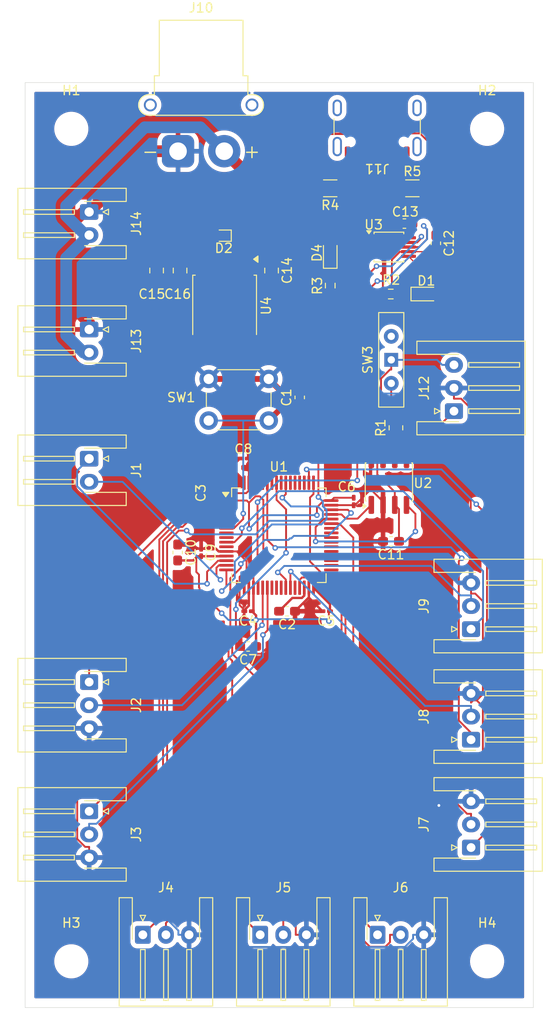
<source format=kicad_pcb>
(kicad_pcb (version 20241229) (generator "pcbnew") (generator_version "9.0")
  (layers (0 "F.Cu" signal) (2 "B.Cu" signal) (13 "F.Paste" user) (15 "B.Paste" user) (5 "F.SilkS" user "F.Silkscreen") (7 "B.SilkS" user "B.Silkscreen") (1 "F.Mask" user) (3 "B.Mask" user) (25 "Edge.Cuts" user))
  (net 0 "")
  (net 1 "GND")
  (net 2 "Net-(J11-CC1)")
  (net 3 "Net-(J11-CC2)")
  (net 4 "CAN_L")
  (net 5 "CANR")
  (net 6 "Net-(D4-K)")
  (net 7 "Net-(D1-K)")
  (net 8 "+5V")
  (net 9 "+3.3V")
  (net 11 "CAN1rx")
  (net 12 "CAN1tx")
  (net 13 "CAN_H")
  (net 14 "UARTtx")
  (net 16 "Net-(D1-A)")
  (net 18 "D-")
  (net 19 "UARTrx")
  (net 20 "Net-(U3-V3)")
  (net 21 "D+")
  (net 25 "uart4rx")
  (net 27 "m3d")
  (net 30 "Net-(U1-VCAP_1)")
  (net 32 "m1")
  (net 33 "m4")
  (net 34 "m3")
  (net 38 "uart4tx")
  (net 40 "m8d")
  (net 41 "m2")
  (net 42 "m7")
  (net 50 "m5d")
  (net 51 "m5")
  (net 53 "m4d")
  (net 54 "m2d")
  (net 57 "m1d")
  (net 59 "Net-(U1-NRST)")
  (net 63 "m6")
  (net 65 "m7d")
  (net 69 "m6d")
  (net 70 "m8")
  (footprint "Connector_USB:USB_C_Receptacle_GCT_USB4105-xx-A_16P_TopMnt_Horizontal" (layer "F.Cu") (at 88.1 53.81 180)
    (property "Reference" "J11")
    (property "Value" "USB_C_Receptacle_USB2.0_16P")
  )
  (footprint "Connector_JST:JST_XH_S2B-XH-A-1_1x02_P2.50mm_Horizontal" (layer "F.Cu") (at 56.93 76.69 -90)
    (property "Reference" "J13")
    (property "Value" "Conn_01x02_Socket")
  )
  (footprint "Diode_SMD:D_0603_1608Metric_Pad1.05x0.95mm_HandSolder" (layer "F.Cu") (at 83.02 68.415 90)
    (property "Reference" "D4")
    (property "Value" "LED_RED")
  )
  (footprint "Connector_JST:JST_XH_S3B-XH-A-1_1x03_P2.50mm_Horizontal" (layer "F.Cu") (at 56.93 114.81 -90)
    (property "Reference" "J2")
    (property "Value" "Conn_01x03_Socket")
  )
  (footprint "Resistor_SMD:R_0603_1608Metric_Pad0.98x0.95mm_HandSolder" (layer "F.Cu") (at 89.5725 72.86 180)
    (property "Reference" "R2")
    (property "Value" "75")
  )
  (footprint "Button_Switch_THT:SW_PUSH_6mm" (layer "F.Cu") (at 76.364 86.54 180)
    (property "Reference" "SW1")
    (property "Value" "SW_Push")
  )
  (footprint "MountingHole:MountingHole_3.2mm_M3" (layer "F.Cu") (at 100 145)
    (property "Reference" "H4")
    (property "Value" "MountingHole")
  )
  (footprint "Diode_SMD:D_0603_1608Metric_Pad1.05x0.95mm_HandSolder" (layer "F.Cu") (at 93.42 72.86)
    (property "Reference" "D1")
    (property "Value" "LED_GREEN")
  )
  (footprint "Connector_JST:JST_XH_S2B-XH-A-1_1x02_P2.50mm_Horizontal" (layer "F.Cu") (at 56.93 63.99 -90)
    (property "Reference" "J14")
    (property "Value" "Conn_01x02_Socket")
  )
  (footprint "MountingHole:MountingHole_3.2mm_M3" (layer "F.Cu") (at 55 55)
    (property "Reference" "H1")
    (property "Value" "MountingHole")
  )
  (footprint "Package_SO:MSOP-10_3x3mm_P0.5mm" (layer "F.Cu") (at 89.37 67.78)
    (property "Reference" "U3")
    (property "Value" "CH340E")
  )
  (footprint "Resistor_SMD:R_1206_3216Metric_Pad1.30x1.75mm_HandSolder" (layer "F.Cu") (at 83.02 61.43 180)
    (property "Reference" "R4")
    (property "Value" "5.1k")
  )
  (footprint "Resistor_SMD:R_0603_1608Metric_Pad0.98x0.95mm_HandSolder" (layer "F.Cu") (at 83.02 71.9475 -90)
    (property "Reference" "R3")
    (property "Value" "75")
  )
  (footprint "Capacitor_SMD:C_0603_1608Metric_Pad1.08x0.95mm_HandSolder" (layer "F.Cu") (at 91.0475 65.24 180)
    (property "Reference" "C13")
    (property "Value" "0.1uf")
  )
  (footprint "Capacitor_SMD:C_0201_0603Metric_Pad0.64x0.40mm_HandSolder" (layer "F.Cu") (at 85.56 95.2875 -90)
    (property "Reference" "C6")
    (property "Value" "0.1μF")
  )
  (footprint "Connector_JST:JST_XH_S3B-XH-A-1_1x03_P2.50mm_Horizontal" (layer "F.Cu") (at 88.14 142.13)
    (property "Reference" "J6")
    (property "Value" "Conn_01x03_Socket")
  )
  (footprint "Connector_JST:JST_XH_S3B-XH-A-1_1x03_P2.50mm_Horizontal" (layer "F.Cu") (at 96.41 85.52 90)
    (property "Reference" "J12")
    (property "Value" "Conn_01x03_Socket")
  )
  (footprint "Capacitor_SMD:C_0805_2012Metric_Pad1.18x1.45mm_HandSolder" (layer "F.Cu") (at 64.23 70.32 -90)
    (property "Reference" "C15")
    (property "Value" "22μF")
  )
  (footprint "Capacitor_SMD:C_0603_1608Metric_Pad1.08x0.95mm_HandSolder" (layer "F.Cu") (at 66.51 100.8 -90)
    (property "Reference" "C10")
    (property "Value" "1uf")
  )
  (footprint "Capacitor_SMD:C_0201_0603Metric_Pad0.64x0.40mm_HandSolder" (layer "F.Cu") (at 73.6975 90.64)
    (property "Reference" "C8")
    (property "Value" "0.1μF")
  )
  (footprint "Capacitor_SMD:C_0201_0603Metric_Pad0.64x0.40mm_HandSolder" (layer "F.Cu") (at 82.5875 107.15 180)
    (property "Reference" "C5")
    (property "Value" "0.1μF")
  )
  (footprint "Package_SO:SOIC-8_3.9x4.9mm_P1.27mm" (layer "F.Cu") (at 89.37 93.18 90)
    (property "Reference" "U2")
    (property "Value" "MCP2561-E-SN")
  )
  (footprint "Diode_SMD:D_SOD-882" (layer "F.Cu") (at 71.5 66.55 180)
    (property "Reference" "D2")
    (property "Value" "D_Shockley")
  )
  (footprint "Capacitor_SMD:C_0603_1608Metric_Pad1.08x0.95mm_HandSolder" (layer "F.Cu") (at 79.718 84.036 90)
    (property "Reference" "C1")
    (property "Value" "0.1uf")
  )
  (footprint "Package_TO_SOT_SMD:TO-252-2" (layer "F.Cu") (at 71.59 74.13 -90)
    (property "Reference" "U4")
    (property "Value" "BD33FC0FP")
  )
  (footprint "Connector_JST:JST_XH_S3B-XH-A-1_1x03_P2.50mm_Horizontal" (layer "F.Cu") (at 98.26 109.09 90)
    (property "Reference" "J9")
    (property "Value" "Conn_01x03_Socket")
  )
  (footprint "Package_QFP:LQFP-64_10x10mm_P0.5mm" (layer "F.Cu") (at 77.46 98.935)
    (property "Reference" "U1")
    (property "Value" "STM32F446RETx")
  )
  (footprint "Capacitor_SMD:C_0201_0603Metric_Pad0.64x0.40mm_HandSolder" (layer "F.Cu") (at 70.066 94.3745 90)
    (property "Reference" "C3")
    (property "Value" "0.1μF")
  )
  (footprint "Capacitor_SMD:C_0603_1608Metric_Pad1.08x0.95mm_HandSolder" (layer "F.Cu") (at 89.5975 99.595 180)
    (property "Reference" "C11")
    (property "Value" "0.1uf")
  )
  (footprint "Connector_JST:JST_XH_S3B-XH-A-1_1x03_P2.50mm_Horizontal" (layer "F.Cu") (at 56.93 128.78 -90)
    (property "Reference" "J3")
    (property "Value" "Conn_01x03_Socket")
  )
  (footprint "Capacitor_SMD:C_0603_1608Metric_Pad1.08x0.95mm_HandSolder" (layer "F.Cu") (at 94.45 67.3725 -90)
    (property "Reference" "C12")
    (property "Value" "0.1uf")
  )
  (footprint "Capacitor_SMD:C_0805_2012Metric_Pad1.18x1.45mm_HandSolder" (layer "F.Cu") (at 76.67 70.32 -90)
    (property "Reference" "C14")
    (property "Value" "4.7μF")
  )
  (footprint "MountingHole:MountingHole_3.2mm_M3" (layer "F.Cu") (at 55 145)
    (property "Reference" "H3")
    (property "Value" "MountingHole")
  )
  (footprint "Button_Switch_THT:SW_Slide-03_Wuerth-WS-SLTV_10x2.5x6.4_P2.54mm" (layer "F.Cu") (at 89.624 79.972 -90)
    (property "Reference" "SW3")
    (property "Value" "SW_Wuerth_450301014042")
  )
  (footprint "Capacitor_SMD:C_0603_1608Metric_Pad1.08x0.95mm_HandSolder" (layer "F.Cu") (at 78.3475 107.15 180)
    (property "Reference" "C2")
    (property "Value" "4.7μF")
  )
  (footprint "Capacitor_SMD:C_0201_0603Metric_Pad0.64x0.40mm_HandSolder" (layer "F.Cu") (at 69.05 100.8 -90)
    (property "Reference" "C9")
    (property "Value" "0.1uf")
  )
  (footprint "Capacitor_SMD:C_0805_2012Metric_Pad1.18x1.45mm_HandSolder" (layer "F.Cu") (at 66.77 70.32 -90)
    (property "Reference" "C16")
    (property "Value" "4.7μF")
  )
  (footprint "Resistor_SMD:R_1206_3216Metric_Pad1.30x1.75mm_HandSolder" (layer "F.Cu") (at 91.91 61.43)
    (property "Reference" "R5")
    (property "Value" "5.1k")
  )
  (footprint "Resistor_SMD:R_0805_2012Metric_Pad1.20x1.40mm_HandSolder" (layer "F.Cu") (at 90.132 87.322 90)
    (property "Reference" "R1")
    (property "Value" "120")
  )
  (footprint "Connector_JST:JST_XH_S2B-XH-A-1_1x02_P2.50mm_Horizontal" (layer "F.Cu") (at 56.93 90.66 -90)
    (property "Reference" "J1")
    (property "Value" "Conn_01x02_Socket")
  )
  (footprint "Capacitor_SMD:C_0201_0603Metric_Pad0.64x0.40mm_HandSolder" (layer "F.Cu") (at 74.13 107.15 180)
    (property "Reference" "C4")
    (property "Value" "0.1μF")
  )
  (footprint "Connector_JST:JST_XH_S3B-XH-A-1_1x03_P2.50mm_Horizontal" (layer "F.Cu") (at 62.74 142.13)
    (property "Reference" "J4")
    (property "Value" "Conn_01x03_Socket")
  )
  (footprint "Connector_JST:JST_XH_S3B-XH-A-1_1x03_P2.50mm_Horizontal" (layer "F.Cu") (at 75.44 142.13)
    (property "Reference" "J5")
    (property "Value" "Conn_01x03_Socket")
  )
  (footprint "Connector_JST:JST_XH_S3B-XH-A-1_1x03_P2.50mm_Horizontal" (layer "F.Cu") (at 98.26 121.04 90)
    (property "Reference" "J8")
    (property "Value" "Conn_01x03_Socket")
  )
  (footprint "Capacitor_SMD:C_0603_1608Metric_Pad1.08x0.95mm_HandSolder" (layer "F.Cu") (at 74.13 110.96 180)
    (property "Reference" "C7")
    (property "Value" "4.7uf")
  )
  (footprint "MountingHole:MountingHole_3.2mm_M3" (layer "F.Cu") (at 100 55)
    (property "Reference" "H2")
    (property "Value" "MountingHole")
  )
  (footprint "Connector_AMASS:AMASS_XT30PW-F_1x02_P2.50mm_Horizontal" (layer "F.Cu") (at 66.55 57.42)
    (property "Reference" "J10")
    (property "Value" "Conn_01x02_Socket")
  )
  (footprint "Connector_JST:JST_XH_S3B-XH-A-1_1x03_P2.50mm_Horizontal" (layer "F.Cu") (at 98.26 132.7 90)
    (property "Reference" "J7")
    (property "Value" "Conn_01x03_Socket")
  )
  (gr_line (start 105 50) (end 105 150) (stroke (width 0.05)) (layer "Edge.Cuts"))
  (gr_line (start 50 50) (end 105 50) (stroke (width 0.05)) (layer "Edge.Cuts"))
  (gr_line (start 50 150) (end 50 50) (stroke (width 0.05)) (layer "Edge.Cuts"))
  (gr_line (start 105 150) (end 50 150) (stroke (width 0.05)) (layer "Edge.Cuts"))
  (segment (start 90.3013 65.1237) (end 90.3013 65.5974) (width 0.2) (layer "F.Cu") (net 1))
  (segment (start 73.7225 107.15) (end 73.7225 107.558) (width 0.254) (layer "F.Cu") (net 1))
  (segment (start 88.735 95.3034) (end 88.735 95.655) (width 0.2) (layer "F.Cu") (net 1))
  (segment (start 98.26 104.09) (end 98.26 102.9383) (width 0.2) (layer "F.Cu") (net 1))
  (segment (start 80.71 104.61) (end 80.71 105.145) (width 0.254) (layer "F.Cu") (net 1))
  (segment (start 91.6002 63.8248) (end 90.8926 64.5324) (width 0.2) (layer "F.Cu") (net 1))
  (segment (start 98.2234 85.2177) (end 98.2234 102.9017) (width 0.2) (layer "F.Cu") (net 1))
  (segment (start 90.8926 64.5324) (end 90.185 65.24) (width 0.2) (layer "F.Cu") (net 1))
  (segment (start 56.4981 132.6283) (end 55.641 131.7712) (width 0.2) (layer "F.Cu") (net 1))
  (segment (start 73.7225 107.558) (end 73.2675 108.012) (width 0.254) (layer "F.Cu") (net 1))
  (segment (start 80.71 105.65) (end 79.21 107.15) (width 0.254) (layer "F.Cu") (net 1))
  (segment (start 93.14 142.13) (end 93.14 129.7889) (width 0.2) (layer "F.Cu") (net 1))
  (segment (start 83.0392 59.8608) (end 83.0392 64.4927) (width 0.2) (layer "F.Cu") (net 1))
  (segment (start 94.45 62.42) (end 94.45 66.51) (width 0.2) (layer "F.Cu") (net 1))
  (segment (start 98.26 104.6057) (end 98.26 104.09) (width 0.2) (layer "F.Cu") (net 1))
  (segment (start 73.7225 107.039) (end 73.7225 107.0036) (width 0.2) (layer "F.Cu") (net 1))
  (segment (start 64.23 71.3575) (end 66.77 71.3575) (width 1.27) (layer "F.Cu") (net 1))
  (segment (start 99.5389 117.4558) (end 98.8731 116.79) (width 0.2) (layer "F.Cu") (net 1))
  (segment (start 73.9647 101.7469) (end 72.9028 100.685) (width 0.2) (layer "F.Cu") (net 1))
  (segment (start 75.5377 111.747) (end 74.0545 111.747) (width 0.2) (layer "F.Cu") (net 1))
  (segment (start 85.6862 95.695) (end 87.4064 93.9748) (width 0.2) (layer "F.Cu") (net 1))
  (segment (start 71.4891 82.04) (end 71.59 81.9391) (width 0.2) (layer "F.Cu") (net 1))
  (segment (start 98.26 105.2417) (end 98.7117 105.2417) (width 0.2) (layer "F.Cu") (net 1))
  (segment (start 73.9647 102.6904) (end 73.9647 101.7469) (width 0.2) (layer "F.Cu") (net 1))
  (segment (start 91.6002 59.5702) (end 91.6002 63.8248) (width 0.2) (layer "F.Cu") (net 1))
  (segment (start 85.55 95.685) (end 85.56 95.695) (width 0.2) (layer "F.Cu") (net 1))
  (segment (start 73.2675 108.012) (end 73.2675 110.96) (width 0.254) (layer "F.Cu") (net 1))
  (segment (start 73.1141 82.04) (end 71.4891 82.04) (width 0.635) (layer "F.Cu") (net 1))
  (segment (start 80.71 105.145) (end 80.71 105.65) (width 0.254) (layer "F.Cu") (net 1))
  (segment (start 68.6425 100.392) (end 68.1875 99.9375) (width 0.254) (layer "F.Cu") (net 1))
  (segment (start 84.9 58) (end 83.0392 59.8608) (width 0.254) (layer "F.Cu") (net 1))
  (segment (start 83.0392 64.4927) (end 86.3265 67.78) (width 0.2) (layer "F.Cu") (net 1))
  (segment (start 74.21 106.552) (end 73.7225 107.039) (width 0.254) (layer "F.Cu") (net 1))
  (segment (start 98.7117 105.2417) (end 99.5417 106.0717) (width 0.2) (layer "F.Cu") (net 1))
  (segment (start 69.05 100.3925) (end 69.05 100.392) (width 0.2) (layer "F.Cu") (net 1))
  (segment (start 73.9279 94.3887) (end 74.21 94.1066) (width 0.2) (layer "F.Cu") (net 1))
  (segment (start 56.33 63.99) (end 53.81 66.51) (width 1.27) (layer "F.Cu") (net 1))
  (segment (start 98.26 104.6057) (end 98.26 105.2417) (width 0.2) (layer "F.Cu") (net 1))
  (segment (start 88.4883 67.78) (end 87.2575 67.78) (width 0.2) (layer "F.Cu") (net 1))
  (segment (start 88.7162 68.0079) (end 88.4883 67.78) (width 0.2) (layer "F.Cu") (net 1))
  (segment (start 74.105 90.64) (end 74.105 83.0309) (width 0.2) (layer "F.Cu") (net 1))
  (segment (start 99.5389 125.2694) (end 99.5389 117.4558) (width 0.2) (layer "F.Cu") (net 1))
  (segment (start 98.4954 116.79) (end 98.26 117.0254) (width 0.2) (layer "F.Cu") (net 1))
  (segment (start 80.71 105.65) (end 80.71 105.68) (width 0.254) (layer "F.Cu") (net 1))
  (segment (start 80.44 142.13) (end 79.2883 142.13) (width 0.2) (layer "F.Cu") (net 1))
  (segment (start 99.5417 106.0717) (end 99.5417 116.1214) (width 0.2) (layer "F.Cu") (net 1))
  (segment (start 88.7162 72.8038) (end 88.7162 68.0079) (width 0.2) (layer "F.Cu") (net 1))
  (segment (start 86.3265 67.78) (end 83.9751 70.1314) (width 0.2) (layer "F.Cu") (net 1))
  (segment (start 77.4975 83.1735) (end 76.364 82.04) (width 0.635) (layer "F.Cu") (net 1))
  (segment (start 73.7225 107.0036) (end 73.2104 106.4915) (width 0.2) (layer "F.Cu") (net 1))
  (segment (start 83.9751 71.9049) (end 83.02 72.86) (width 0.2) (layer "F.Cu") (net 1))
  (segment (start 55.641 131.7712) (end 55.641 122.2507) (width 0.2) (layer "F.Cu") (net 1))
  (segment (start 79.718 76.162) (end 79.718 83.1735) (width 0.2) (layer "F.Cu") (net 1))
  (segment (start 91.3 59.27) (end 91.6002 59.5702) (width 0.254) (layer "F.Cu") (net 1))
  (segment (start 98.26 126.5483) (end 99.5389 125.2694) (width 0.2) (layer "F.Cu") (net 1))
  (segment (start 70.6455 100.392) (end 70.938 100.685) (width 0.254) (layer "F.Cu") (net 1))
  (segment (start 84.9 57.49) (end 84.9 58) (width 0.254) (layer "F.Cu") (net 1))
  (segment (start 87.465 74.055) (end 88.66 72.86) (width 0.2) (layer "F.Cu") (net 1))
  (segment (start 96.41 84.1717) (end 97.1774 84.1717) (width 0.2) (layer "F.Cu") (net 1))
  (segment (start 91.6002 59.5702) (end 93.46 61.43) (width 0.254) (layer "F.Cu") (net 1))
  (segment (start 91.3 57.49) (end 91.3 59.27) (width 0.254) (layer "F.Cu") (net 1))
  (segment (start 69.05 100.392) (end 68.6425 100.392) (width 0.254) (layer "F.Cu") (net 1))
  (segment (start 86.3265 67.78) (end 87.2575 67.78) (width 0.2) (layer "F.Cu") (net 1))
  (segment (start 98.8731 116.79) (end 98.4954 116.79) (width 0.2) (layer "F.Cu") (net 1))
  (segment (start 98.2234 102.9017) (end 98.26 102.9383) (width 0.2) (layer "F.Cu") (net 1))
  (segment (start 80.71 105.145) (end 80.71 105.65) (width 0.254) (layer "F.Cu") (net 1))
  (segment (start 73.7225 107.039) (end 73.7225 107.15) (width 0.254) (layer "F.Cu") (net 1))
  (segment (start 98.26 127.7) (end 98.26 126.5483) (width 0.2) (layer "F.Cu") (net 1))
  (segment (start 67.5575 71.3575) (end 71.59 75.39) (width 1.27) (layer "F.Cu") (net 1))
  (segment (start 66.55 57.42) (end 63.5 57.42) (width 1.27) (layer "F.Cu") (net 1))
  (segment (start 98.26 116.04) (end 98.26 117.0254) (width 0.2) (layer "F.Cu") (net 1))
  (segment (start 56.93 63.99) (end 56.33 63.99) (width 1.27) (layer "F.Cu") (net 1))
  (segment (start 83.0392 59.8608) (end 81.47 61.43) (width 0.254) (layer "F.Cu") (net 1))
  (segment (start 68.1875 99.9375) (end 66.51 99.9375) (width 0.254) (layer "F.Cu") (net 1))
  (segment (start 88.66 72.86) (end 88.7162 72.8038) (width 0.2) (layer "F.Cu") (net 1))
  (segment (start 74.21 90.745) (end 74.105 90.64) (width 0.2) (layer "F.Cu") (net 1))
  (segment (start 75.6225 71.3575) (end 71.59 75.39) (width 1.27) (layer "F.Cu") (net 1))
  (segment (start 90.8926 64.5324) (end 90.3013 65.1237) (width 0.2) (layer "F.Cu") (net 1))
  (segment (start 79.21 107.15) (end 79.21 108.0747) (width 0.2) (layer "F.Cu") (net 1))
  (segment (start 93.14 129.7889) (end 94.7793 128.1496) (width 0.2) (layer "F.Cu") (net 1))
  (segment (start 56.93 133.78) (end 56.93 132.6283) (width 0.2) (layer "F.Cu") (net 1))
  (segment (start 73.2104 106.4915) (end 73.2104 103.4447) (width 0.2) (layer "F.Cu") (net 1))
  (segment (start 83.02 72.86) (end 79.718 76.162) (width 0.2) (layer "F.Cu") (net 1))
  (segment (start 75.5377 111.747) (end 79.2883 115.4976) (width 0.2) (layer "F.Cu") (net 1))
  (segment (start 93.46 61.43) (end 94.45 62.42) (width 0.2) (layer "F.Cu") (net 1))
  (segment (start 97.1774 84.1717) (end 98.2234 85.2177) (width 0.2) (layer "F.Cu") (net 1))
  (segment (start 83.135 95.685) (end 85.55 95.685) (width 0.2) (layer "F.Cu") (net 1))
  (segment (start 71.4891 82.04) (end 69.864 82.04) (width 0.635) (layer "F.Cu") (net 1))
  (segment (start 80.71 105.68) (end 82.18 107.15) (width 0.254) (layer "F.Cu") (net 1))
  (segment (start 53.81 72.86) (end 56.93 75.98) (width 1.27) (layer "F.Cu") (net 1))
  (segment (start 88.4883 67.4104) (end 88.4883 67.78) (width 0.2) (layer "F.Cu") (net 1))
  (segment (start 56.93 132.6283) (end 56.4981 132.6283) (width 0.2) (layer "F.Cu") (net 1))
  (segment (start 70.066 93.967) (end 72.2407 93.967) (width 0.2) (layer "F.Cu") (net 1))
  (segment (start 66.77 71.3575) (end 67.5575 71.3575) (width 1.27) (layer "F.Cu") (net 1))
  (segment (start 87.465 90.705) (end 87.465 74.055) (width 0.2) (layer "F.Cu") (net 1))
  (segment (start 74.105 83.0309) (end 73.1141 82.04) (width 0.2) (layer "F.Cu") (net 1))
  (segment (start 74.21 93.26) (end 74.21 90.745) (width 0.2) (layer "F.Cu") (net 1))
  (segment (start 83.9751 70.1314) (end 83.9751 71.9049) (width 0.2) (layer "F.Cu") (net 1))
  (segment (start 90.3013 65.5974) (end 88.4883 67.4104) (width 0.2) (layer "F.Cu") (net 1))
  (segment (start 88.735 99.595) (end 88.735 95.655) (width 0.2) (layer "F.Cu") (net 1))
  (segment (start 76.67 71.3575) (end 75.6225 71.3575) (width 1.27) (layer "F.Cu") (net 1))
  (segment (start 63.5 57.42) (end 56.93 63.99) (width 1.27) (layer "F.Cu") (net 1))
  (segment (start 72.2407 93.967) (end 72.6624 94.3887) (width 0.2) (layer "F.Cu") (net 1))
  (segment (start 79.21 108.0747) (end 75.5377 111.747) (width 0.2) (layer "F.Cu") (net 1))
  (segment (start 79.2883 115.4976) (end 79.2883 142.13) (width 0.2) (layer "F.Cu") (net 1))
  (segment (start 55.641 122.2507) (end 56.93 120.9617) (width 0.2) (layer "F.Cu") (net 1))
  (segment (start 74.21 104.61) (end 74.21 106.552) (width 0.254) (layer "F.Cu") (net 1))
  (segment (start 74.21 94.1066) (end 74.21 93.26) (width 0.2) (layer "F.Cu") (net 1))
  (segment (start 72.6624 94.3887) (end 73.9279 94.3887) (width 0.2) (layer "F.Cu") (net 1))
  (segment (start 99.5417 116.1214) (end 98.8731 116.79) (width 0.2) (layer "F.Cu") (net 1))
  (segment (start 87.465 93.9162) (end 87.465 90.705) (width 0.2) (layer "F.Cu") (net 1))
  (segment (start 71.59 81.9391) (end 71.59 75.39) (width 0.2) (layer "F.Cu") (net 1))
  (segment (start 53.81 66.51) (end 53.81 72.86) (width 1.27) (layer "F.Cu") (net 1))
  (segment (start 85.56 95.695) (end 85.6862 95.695) (width 0.2) (layer "F.Cu") (net 1))
  (segment (start 69.05 100.392) (end 70.6455 100.392) (width 0.254) (layer "F.Cu") (net 1))
  (segment (start 80.71 104.61) (end 80.71 105.145) (width 0.254) (layer "F.Cu") (net 1))
  (segment (start 56.93 75.98) (end 56.93 76.69) (width 1.27) (layer "F.Cu") (net 1))
  (segment (start 70.938 100.685) (end 71.785 100.685) (width 0.254) (layer "F.Cu") (net 1))
  (segment (start 79.718 83.1735) (end 77.4975 83.1735) (width 0.635) (layer "F.Cu") (net 1))
  (segment (start 73.2104 103.4447) (end 73.9647 102.6904) (width 0.2) (layer "F.Cu") (net 1))
  (segment (start 76.364 82.04) (end 73.1141 82.04) (width 0.635) (layer "F.Cu") (net 1))
  (segment (start 74.0545 111.747) (end 73.2675 110.96) (width 0.2) (layer "F.Cu") (net 1))
  (segment (start 96.41 83.02) (end 96.41 84.1717) (width 0.2) (layer "F.Cu") (net 1))
  (segment (start 87.4064 93.9748) (end 87.465 93.9162) (width 0.2) (layer "F.Cu") (net 1))
  (segment (start 56.93 119.81) (end 56.93 120.9617) (width 0.2) (layer "F.Cu") (net 1))
  (segment (start 72.9028 100.685) (end 71.785 100.685) (width 0.2) (layer "F.Cu") (net 1))
  (segment (start 87.4064 93.9748) (end 88.735 95.3034) (width 0.2) (layer "F.Cu") (net 1))
  (via (at 94.7793 128.1496) (size 0.6) (drill 0.3) (layers "F.Cu" "B.Cu") (net 1))
  (segment (start 67.74 142.13) (end 68.8917 142.13) (width 0.2) (layer "B.Cu") (net 1))
  (segment (start 93.14 142.13) (end 91.9883 142.13) (width 0.2) (layer "B.Cu") (net 1))
  (segment (start 56.93 133.78) (end 58.69 133.78) (width 0.2) (layer "B.Cu") (net 1))
  (segment (start 95.1333 83.02) (end 94.5332 83.6201) (width 0.2) (layer "B.Cu") (net 1))
  (segment (start 67.74 142.13) (end 66.5883 142.13) (width 0.2) (layer "B.Cu") (net 1))
  (segment (start 56.93 76.69) (end 64.514 76.69) (width 0.2) (layer "B.Cu") (net 1))
  (segment (start 94.7793 128.1496) (end 96.5337 128.1496) (width 0.2) (layer "B.Cu") (net 1))
  (segment (start 91.9883 142.5619) (end 91.1006 143.4496) (width 0.2) (layer "B.Cu") (net 1))
  (segment (start 91.1006 143.4496) (end 81.5917 143.4496) (width 0.2) (layer "B.Cu") (net 1))
  (segment (start 66.5883 141.6783) (end 66.5883 142.13) (width 0.2) (layer "B.Cu") (net 1))
  (segment (start 80.44 142.13) (end 81.5917 142.13) (width 0.2) (layer "B.Cu") (net 1))
  (segment (start 70.2113 143.4496) (end 68.8917 142.13) (width 0.2) (layer "B.Cu") (net 1))
  (segment (start 94.5332 83.6201) (end 77.9441 83.6201) (width 0.2) (layer "B.Cu") (net 1))
  (segment (start 96.5337 128.1496) (end 96.9833 127.7) (width 0.2) (layer "B.Cu") (net 1))
  (segment (start 96.41 83.02) (end 95.1333 83.02) (width 0.2) (layer "B.Cu") (net 1))
  (segment (start 64.514 76.69) (end 69.864 82.04) (width 0.2) (layer "B.Cu") (net 1))
  (segment (start 77.9441 83.6201) (end 76.364 82.04) (width 0.2) (layer "B.Cu") (net 1))
  (segment (start 98.26 127.7) (end 96.9833 127.7) (width 0.2) (layer "B.Cu") (net 1))
  (segment (start 91.9883 142.13) (end 91.9883 142.5619) (width 0.2) (layer "B.Cu") (net 1))
  (segment (start 81.5917 143.4496) (end 70.2113 143.4496) (width 0.2) (layer "B.Cu") (net 1))
  (segment (start 81.5917 143.4496) (end 81.5917 142.13) (width 0.2) (layer "B.Cu") (net 1))
  (segment (start 58.69 133.78) (end 66.5883 141.6783) (width 0.2) (layer "B.Cu") (net 1))
  (segment (start 90.36 59.147) (end 90.36 61.43) (width 0.254) (layer "F.Cu") (net 2))
  (segment (start 89.35 58.137) (end 90.36 59.147) (width 0.254) (layer "F.Cu") (net 2))
  (segment (start 89.35 57.49) (end 89.35 58.137) (width 0.254) (layer "F.Cu") (net 2))
  (segment (start 86.35 57.49) (end 86.35 59.65) (width 0.254) (layer "F.Cu") (net 3))
  (segment (start 86.35 59.65) (end 84.57 61.43) (width 0.254) (layer "F.Cu") (net 3))
  (segment (start 93.608 88.322) (end 96.41 85.52) (width 0.2) (layer "F.Cu") (net 4))
  (segment (start 90.132 88.322) (end 90.005 88.449) (width 0.2) (layer "F.Cu") (net 4))
  (segment (start 90.005 88.449) (end 90.005 90.705) (width 0.2) (layer "F.Cu") (net 4))
  (segment (start 90.132 88.322) (end 93.608 88.322) (width 0.2) (layer "F.Cu") (net 4))
  (segment (start 90.132 86.322) (end 89.624 85.814) (width 0.2) (layer "F.Cu") (net 5))
  (segment (start 89.624 85.814) (end 89.624 82.512) (width 0.2) (layer "F.Cu") (net 5))
  (segment (start 83.02 69.29) (end 83.02 71.035) (width 1.27) (layer "F.Cu") (net 6))
  (segment (start 92.545 72.86) (end 90.485 72.86) (width 0.127) (layer "F.Cu") (net 7))
  (segment (start 90.5 56.972) (end 89.8242 56.2962) (width 0.254) (layer "F.Cu") (net 8))
  (segment (start 89.6917 69.1576) (end 90.5693 68.28) (width 0.2) (layer "F.Cu") (net 8))
  (segment (start 89.8242 56.2962) (end 90.6273 55.4931) (width 0.2) (layer "F.Cu") (net 8))
  (segment (start 78.1673 67.54) (end 76.684 67.54) (width 1.27) (layer "F.Cu") (net 8))
  (segment (start 83.02 67.54) (end 78.1673 67.54) (width 1.27) (layer "F.Cu") (net 8))
  (segment (start 89.787 56.259) (end 86.434 56.259) (width 0.254) (layer "F.Cu") (net 8))
  (segment (start 90.46 96.11) (end 90.005 95.655) (width 0.2) (layer "F.Cu") (net 8))
  (segment (start 78.1673 60.1867) (end 78.1673 67.54) (width 0.2) (layer "F.Cu") (net 8))
  (segment (start 92.7335 55.4931) (end 95.2488 58.0084) (width 0.2) (layer "F.Cu") (net 8))
  (segment (start 85.7 56.993) (end 85.7 57.49) (width 0.254) (layer "F.Cu") (net 8))
  (segment (start 76.67 69.2825) (end 74.0625 69.2825) (width 1.27) (layer "F.Cu") (net 8))
  (segment (start 88.1157 92.3688) (end 88.1157 76.2182) (width 0.2) (layer "F.Cu") (net 8))
  (segment (start 90.5 57.49) (end 90.5 56.972) (width 0.254) (layer "F.Cu") (net 8))
  (segment (start 90.005 95.655) (end 90.005 94.2581) (width 0.2) (layer "F.Cu") (net 8))
  (segment (start 76.67 62.54) (end 71.55 57.42) (width 1.27) (layer "F.Cu") (net 8))
  (segment (start 71.85 67.07) (end 73.87 69.09) (width 0.254) (layer "F.Cu") (net 8))
  (segment (start 78.1673 60.1867) (end 76.67 61.684) (width 0.254) (layer "F.Cu") (net 8))
  (segment (start 90.005 94.2581) (end 88.1157 92.3688) (width 0.2) (layer "F.Cu") (net 8))
  (segment (start 86.434 56.259) (end 85.7 56.993) (width 0.254) (layer "F.Cu") (net 8))
  (segment (start 90.6273 55.4931) (end 92.7335 55.4931) (width 0.2) (layer "F.Cu") (net 8))
  (segment (start 90.46 99.595) (end 90.46 96.11) (width 0.2) (layer "F.Cu") (net 8))
  (segment (start 76.67 61.684) (end 76.67 62.54) (width 0.254) (layer "F.Cu") (net 8))
  (segment (start 90.5693 68.28) (end 91.4825 68.28) (width 0.2) (layer "F.Cu") (net 8))
  (segment (start 91.4825 68.28) (end 94.405 68.28) (width 0.127) (layer "F.Cu") (net 8))
  (segment (start 88.1157 76.2182) (end 89.6917 74.6422) (width 0.2) (layer "F.Cu") (net 8))
  (segment (start 85.712 55.537) (end 82.817 55.537) (width 0.254) (layer "F.Cu") (net 8))
  (segment (start 89.6917 74.6422) (end 89.6917 69.1576) (width 0.2) (layer "F.Cu") (net 8))
  (segment (start 74.0625 69.2825) (end 73.87 69.09) (width 1.27) (layer "F.Cu") (net 8))
  (segment (start 71.85 66.55) (end 71.85 67.07) (width 0.254) (layer "F.Cu") (net 8))
  (segment (start 94.405 68.28) (end 94.45 68.235) (width 0.127) (layer "F.Cu") (net 8))
  (segment (start 86.434 56.259) (end 85.712 55.537) (width 0.254) (layer "F.Cu") (net 8))
  (segment (start 89.8242 56.2962) (end 89.787 56.259) (width 0.254) (layer "F.Cu") (net 8))
  (segment (start 76.67 69.2825) (end 76.67 62.54) (width 1.27) (layer "F.Cu") (net 8))
  (segment (start 95.2488 67.4362) (end 94.45 68.235) (width 0.2) (layer "F.Cu") (net 8))
  (segment (start 82.817 55.537) (end 78.1673 60.1867) (width 0.254) (layer "F.Cu") (net 8))
  (segment (start 95.2488 58.0084) (end 95.2488 67.4362) (width 0.2) (layer "F.Cu") (net 8))
  (segment (start 54.445 77.305) (end 56.33 79.19) (width 1.27) (layer "B.Cu") (net 8))
  (segment (start 54.445 63.335) (end 54.445 64.3978) (width 1.27) (layer "B.Cu") (net 8))
  (segment (start 71.55 57.42) (end 68.964 54.834) (width 1.27) (layer "B.Cu") (net 8))
  (segment (start 56.93 66.49) (end 54.445 68.975) (width 1.27) (layer "B.Cu") (net 8))
  (segment (start 54.445 64.3978) (end 56.5372 66.49) (width 1.27) (layer "B.Cu") (net 8))
  (segment (start 54.445 68.975) (end 54.445 77.305) (width 1.27) (layer "B.Cu") (net 8))
  (segment (start 62.946 54.834) (end 54.445 63.335) (width 1.27) (layer "B.Cu") (net 8))
  (segment (start 56.5372 66.49) (end 56.93 66.49) (width 1.27) (layer "B.Cu") (net 8))
  (segment (start 56.33 79.19) (end 56.93 79.19) (width 1.27) (layer "B.Cu") (net 8))
  (segment (start 68.964 54.834) (end 62.946 54.834) (width 1.27) (layer "B.Cu") (net 8))
  (segment (start 69.05 101.2075) (end 69.05 101.208) (width 0.2) (layer "F.Cu") (net 9))
  (segment (start 63.9497 69.2825) (end 62.669 70.5632) (width 1.27) (layer "F.Cu") (net 9))
  (segment (start 74.71 104.61) (end 74.71 106.978) (width 0.254) (layer "F.Cu") (net 9))
  (segment (start 69.5598 90.789) (end 69.5598 94.4087) (width 0.2) (layer "F.Cu") (net 9))
  (segment (start 68.8764 104.9675) (end 71.2759 107.367) (width 0.2) (layer "F.Cu") (net 9))
  (segment (start 70.1564 90.1924) (end 72.3072 92.3432) (width 1.27) (layer "F.Cu") (net 9))
  (segment (start 75.7815 95.122) (end 75.7815 102.2787) (width 0.2) (layer "F.Cu") (net 9))
  (segment (start 82.995 106.395) (end 82.995 107.15) (width 0.254) (layer "F.Cu") (net 9))
  (segment (start 74.2285 95.4247) (end 74.9283 94.7249) (width 0.2) (layer "F.Cu") (net 9))
  (segment (start 69.9331 94.782) (end 70.066 94.782) (width 0.2) (layer "F.Cu") (net 9))
  (segment (start 68.5289 101.3214) (end 68.1875 101.662) (width 0.254) (layer "F.Cu") (net 9))
  (segment (start 72.7932 92.3432) (end 72.3072 92.3432) (width 0.2) (layer "F.Cu") (net 9))
  (segment (start 71.785 95.185) (end 70.469 95.185) (width 0.254) (layer "F.Cu") (net 9))
  (segment (start 73.29 90.64) (end 72.7932 91.1368) (width 0.2) (layer "F.Cu") (net 9))
  (segment (start 73.9888 95.185) (end 74.2285 95.4247) (width 0.2) (layer "F.Cu") (net 9))
  (segment (start 62.669 70.5632) (end 62.669 82.705) (width 1.27) (layer "F.Cu") (net 9))
  (segment (start 74.2285 98.2087) (end 74.2557 98.2359) (width 0.2) (layer "F.Cu") (net 9))
  (segment (start 68.8764 104.6386) (end 68.8764 104.9675) (width 0.2) (layer "F.Cu") (net 9))
  (segment (start 69.05 101.208) (end 68.6425 101.208) (width 0.254) (layer "F.Cu") (net 9))
  (segment (start 74.2285 95.4247) (end 74.2285 98.2087) (width 0.2) (layer "F.Cu") (net 9))
  (segment (start 68.8157 103.1929) (end 68.8157 104.5779) (width 0.2) (layer "F.Cu") (net 9))
  (segment (start 74.9283 94.7249) (end 75.3844 94.7249) (width 0.2) (layer "F.Cu") (net 9))
  (segment (start 75.3844 94.7249) (end 75.7815 95.122) (width 0.2) (layer "F.Cu") (net 9))
  (segment (start 66.51 101.6625) (end 66.51 101.662) (width 0.2) (layer "F.Cu") (net 9))
  (segment (start 68.5289 102.9061) (end 68.8157 103.1929) (width 0.2) (layer "F.Cu") (net 9))
  (segment (start 82.8706 107.2744) (end 82.995 107.15) (width 0.2) (layer "F.Cu") (net 9))
  (segment (start 83.44 94.88) (end 85.56 94.88) (width 0.2) (layer "F.Cu") (net 9))
  (segment (start 68.5289 101.3214) (end 68.5289 102.9061) (width 0.2) (layer "F.Cu") (net 9))
  (segment (start 74.71 103.3502) (end 74.71 104.61) (width 0.2) (layer "F.Cu") (net 9))
  (segment (start 73.71 93.26) (end 72.7932 92.3432) (width 0.2) (layer "F.Cu") (net 9))
  (segment (start 82.3174 95.185) (end 83.135 95.185) (width 0.2) (layer "F.Cu") (net 9))
  (segment (start 68.6425 101.208) (end 68.5289 101.3214) (width 0.254) (layer "F.Cu") (net 9))
  (segment (start 69.1175 69.2825) (end 69.31 69.09) (width 1.27) (layer "F.Cu") (net 9))
  (segment (start 62.669 82.705) (end 70.1564 90.1924) (width 1.27) (layer "F.Cu") (net 9))
  (segment (start 82.8706 108.226) (end 82.8706 107.2744) (width 0.2) (layer "F.Cu") (net 9))
  (segment (start 64.23 69.2825) (end 63.9497 69.2825) (width 1.27) (layer "F.Cu") (net 9))
  (segment (start 72.7932 91.1368) (end 72.7932 92.3432) (width 0.2) (layer "F.Cu") (net 9))
  (segment (start 74.71 106.978) (end 74.5375 107.15) (width 0.254) (layer "F.Cu") (net 9))
  (segment (start 81.5796 95.9228) (end 82.3174 95.185) (width 0.2) (layer "F.Cu") (net 9))
  (segment (start 83.135 95.185) (end 83.44 94.88) (width 0.2) (layer "F.Cu") (net 9))
  (segment (start 69.05 101.208) (end 71.7625 101.208) (width 0.254) (layer "F.Cu") (net 9))
  (segment (start 71.785 95.185) (end 73.9888 95.185) (width 0.2) (layer "F.Cu") (net 9))
  (segment (start 70.469 95.185) (end 70.066 94.782) (width 0.254) (layer "F.Cu") (net 9))
  (segment (start 81.21 104.61) (end 82.995 106.395) (width 0.254) (layer "F.Cu") (net 9))
  (segment (start 75.7815 102.2787) (end 74.71 103.3502) (width 0.2) (layer "F.Cu") (net 9))
  (segment (start 66.77 69.2825) (end 69.1175 69.2825) (width 1.27) (layer "F.Cu") (net 9))
  (segment (start 74.9925 107.605) (end 74.9925 108.0955) (width 0.254) (layer "F.Cu") (net 9))
  (segment (start 66.77 69.2825) (end 64.23 69.2825) (width 1.27) (layer "F.Cu") (net 9))
  (segment (start 71.15 67.25) (end 69.31 69.09) (width 0.254) (layer "F.Cu") (net 9))
  (segment (start 71.15 66.55) (end 71.15 67.25) (width 0.254) (layer "F.Cu") (net 9))
  (segment (start 72.3072 92.3432) (end 73.224 93.26) (width 1.27) (layer "F.Cu") (net 9))
  (segment (start 69.5598 94.4087) (end 69.9331 94.782) (width 0.2) (layer "F.Cu") (net 9))
  (segment (start 68.1875 101.662) (end 66.51 101.662) (width 0.254) (layer "F.Cu") (net 9))
  (segment (start 74.9925 108.0955) (end 74.9925 110.96) (width 0.254) (layer "F.Cu") (net 9))
  (segment (start 68.8157 104.5779) (end 68.8764 104.6386) (width 0.2) (layer "F.Cu") (net 9))
  (segment (start 71.7625 101.208) (end 71.785 101.185) (width 0.254) (layer "F.Cu") (net 9))
  (segment (start 81.5796 96.7691) (end 81.5796 95.9228) (width 0.2) (layer "F.Cu") (net 9))
  (segment (start 70.1564 90.1924) (end 69.5598 90.789) (width 0.2) (layer "F.Cu") (net 9))
  (segment (start 74.5375 107.15) (end 74.9925 107.605) (width 0.254) (layer "F.Cu") (net 9))
  (via (at 74.2557 98.2359) (size 0.6) (drill 0.3) (layers "F.Cu" "B.Cu") (net 9))
  (via (at 81.5796 96.7691) (size 0.6) (drill 0.3) (layers "F.Cu" "B.Cu") (net 9))
  (via (at 82.8706 108.226) (size 0.6) (drill 0.3) (layers "F.Cu" "B.Cu") (net 9))
  (via (at 71.2759 107.367) (size 0.6) (drill 0.3) (layers "F.Cu" "B.Cu") (net 9))
  (via (at 74.9925 108.0955) (size 0.6) (drill 0.3) (layers "F.Cu" "B.Cu") (net 9))
  (segment (start 75.0738 108.0142) (end 82.6588 108.0142) (width 0.2) (layer "B.Cu") (net 9))
  (segment (start 72.0044 108.0955) (end 74.9925 108.0955) (width 0.2) (layer "B.Cu") (net 9))
  (segment (start 74.9925 108.0955) (end 75.0738 108.0142) (width 0.2) (layer "B.Cu") (net 9))
  (segment (start 75.7225 96.7691) (end 81.5796 96.7691) (width 0.2) (layer "B.Cu") (net 9))
  (segment (start 71.2759 107.367) (end 72.0044 108.0955) (width 0.2) (layer "B.Cu") (net 9))
  (segment (start 74.2557 98.2359) (end 75.7225 96.7691) (width 0.2) (layer "B.Cu") (net 9))
  (segment (start 82.6588 108.0142) (end 82.8706 108.226) (width 0.2) (layer "B.Cu") (net 9))
  (segment (start 83.135 97.185) (end 82.3092 97.185) (width 0.2) (layer "F.Cu") (net 11))
  (segment (start 92.239 96.619) (end 92.239 98.5257) (width 0.2) (layer "F.Cu") (net 11))
  (segment (start 82.3092 97.185) (end 81.4381 98.0561) (width 0.2) (layer "F.Cu") (net 11))
  (segment (start 91.275 95.655) (end 92.239 96.619) (width 0.2) (layer "F.Cu") (net 11))
  (segment (start 81.4381 98.0561) (end 81.4381 99.6067) (width 0.2) (layer "F.Cu") (net 11))
  (via (at 81.4381 99.6067) (size 0.6) (drill 0.3) (layers "F.Cu" "B.Cu") (net 11))
  (via (at 92.239 98.5257) (size 0.6) (drill 0.3) (layers "F.Cu" "B.Cu") (net 11))
  (segment (start 81.4381 99.6067) (end 91.158 99.6067) (width 0.2) (layer "B.Cu") (net 11))
  (segment (start 91.158 99.6067) (end 92.239 98.5257) (width 0.2) (layer "B.Cu") (net 11))
  (segment (start 84.6933 97.1423) (end 84.236 96.685) (width 0.2) (layer "F.Cu") (net 12))
  (segment (start 84.236 96.685) (end 83.135 96.685) (width 0.2) (layer "F.Cu") (net 12))
  (segment (start 87.465 95.655) (end 85.9777 97.1423) (width 0.2) (layer "F.Cu") (net 12))
  (segment (start 85.9777 97.1423) (end 84.6933 97.1423) (width 0.2) (layer "F.Cu") (net 12))
  (segment (start 89.4945 81.0237) (end 89.624 81.0237) (width 0.2) (layer "F.Cu") (net 13))
  (segment (start 88.5174 90.4874) (end 88.5174 82.0008) (width 0.2) (layer "F.Cu") (net 13))
  (segment (start 88.735 90.705) (end 88.5174 90.4874) (width 0.2) (layer "F.Cu") (net 13))
  (segment (start 88.5174 82.0008) (end 89.4945 81.0237) (width 0.2) (layer "F.Cu") (net 13))
  (segment (start 89.624 79.972) (end 89.624 81.0237) (width 0.2) (layer "F.Cu") (net 13))
  (segment (start 94.5853 79.972) (end 95.1333 80.52) (width 0.2) (layer "B.Cu") (net 13))
  (segment (start 89.624 79.972) (end 94.5853 79.972) (width 0.2) (layer "B.Cu") (net 13))
  (segment (start 96.41 80.52) (end 95.1333 80.52) (width 0.2) (layer "B.Cu") (net 13))
  (segment (start 92.8858 66.6485) (end 92.8858 66.8183) (width 0.2) (layer "F.Cu") (net 14))
  (segment (start 92.8858 66.8183) (end 92.4241 67.28) (width 0.2) (layer "F.Cu") (net 14))
  (segment (start 71.785 102.685) (end 71.785 104.464) (width 0.2) (layer "F.Cu") (net 14))
  (segment (start 92.4241 67.28) (end 91.4825 67.28) (width 0.2) (layer "F.Cu") (net 14))
  (segment (start 88.0286 69.8536) (end 81.7397 76.1425) (width 0.2) (layer "F.Cu") (net 14))
  (segment (start 81.7397 76.1425) (end 81.7397 94.8039) (width 0.2) (layer "F.Cu") (net 14))
  (segment (start 71.785 104.464) (end 71.2759 104.9731) (width 0.2) (layer "F.Cu") (net 14))
  (via (at 81.7397 94.8039) (size 0.6) (drill 0.3) (layers "F.Cu" "B.Cu") (net 14))
  (via (at 71.2759 104.9731) (size 0.6) (drill 0.3) (layers "F.Cu" "B.Cu") (net 14))
  (via (at 88.0286 69.8536) (size 0.6) (drill 0.3) (layers "F.Cu" "B.Cu") (net 14))
  (via (at 92.8858 66.6485) (size 0.6) (drill 0.3) (layers "F.Cu" "B.Cu") (net 14))
  (segment (start 82.3889 95.9672) (end 82.2226 95.8009) (width 0.2) (layer "B.Cu") (net 14))
  (segment (start 82.3889 95.9672) (end 82.2226 95.8009) (width 0.2) (layer "B.Cu") (net 14))
  (segment (start 92.8858 66.6485) (end 89.6807 69.8536) (width 0.2) (layer "B.Cu") (net 14))
  (segment (start 76.6972 97.7726) (end 82.0495 97.7726) (width 0.2) (layer "B.Cu") (net 14))
  (segment (start 72.6898 101.78) (end 76.6972 97.7726) (width 0.2) (layer "B.Cu") (net 14))
  (segment (start 82.2226 95.8009) (end 82.2226 95.2868) (width 0.2) (layer "B.Cu") (net 14))
  (segment (start 71.2759 104.9731) (end 72.6898 103.5592) (width 0.2) (layer "B.Cu") (net 14))
  (segment (start 82.0495 97.7726) (end 82.6243 97.1978) (width 0.2) (layer "B.Cu") (net 14))
  (segment (start 82.2226 95.2868) (end 81.7397 94.8039) (width 0.2) (layer "B.Cu") (net 14))
  (segment (start 82.6243 96.2026) (end 82.3889 95.9672) (width 0.2) (layer "B.Cu") (net 14))
  (segment (start 82.6243 97.1978) (end 82.6243 96.2026) (width 0.2) (layer "B.Cu") (net 14))
  (segment (start 89.6807 69.8536) (end 88.0286 69.8536) (width 0.2) (layer "B.Cu") (net 14))
  (segment (start 72.6898 103.5592) (end 72.6898 101.78) (width 0.2) (layer "B.Cu") (net 14))
  (segment (start 91.4825 68.78) (end 94.295 71.5925) (width 0.127) (layer "F.Cu") (net 16))
  (segment (start 94.295 71.5925) (end 94.295 72.86) (width 0.127) (layer "F.Cu") (net 16))
  (segment (start 87.85 56.9328) (end 88.1323 56.6505) (width 0.127) (layer "F.Cu") (net 18))
  (segment (start 87.85 57.49) (end 87.85 56.9328) (width 0.127) (layer "F.Cu") (net 18))
  (segment (start 88.6545 56.6505) (end 88.85 56.846) (width 0.127) (layer "F.Cu") (net 18))
  (segment (start 88.1323 56.6505) (end 88.6545 56.6505) (width 0.127) (layer "F.Cu") (net 18))
  (segment (start 88.0702 67.28) (end 87.2575 67.28) (width 0.127) (layer "F.Cu") (net 18))
  (segment (start 88.85 66.5002) (end 88.0702 67.28) (width 0.127) (layer "F.Cu") (net 18))
  (segment (start 88.85 56.846) (end 88.85 57.49) (width 0.127) (layer "F.Cu") (net 18))
  (segment (start 88.85 57.49) (end 88.85 66.5002) (width 0.127) (layer "F.Cu") (net 18))
  (segment (start 75.1513 95.3632) (end 75.1513 102.2895) (width 0.2) (layer "F.Cu") (net 19))
  (segment (start 91.4825 67.78) (end 92.6329 67.78) (width 0.2) (layer "F.Cu") (net 19))
  (segment (start 75.1513 102.2895) (end 73.71 103.7308) (width 0.2) (layer "F.Cu") (net 19))
  (segment (start 85.9492 73.6215) (end 85.9492 93.0132) (width 0.2) (layer "F.Cu") (net 19))
  (segment (start 73.71 103.7308) (end 73.71 104.61) (width 0.2) (layer "F.Cu") (net 19))
  (segment (start 88.1145 71.4562) (end 85.9492 73.6215) (width 0.2) (layer "F.Cu") (net 19))
  (segment (start 92.6329 67.78) (end 93.4876 66.9253) (width 0.2) (layer "F.Cu") (net 19))
  (segment (start 93.4876 65.8454) (end 93.1335 65.4913) (width 0.2) (layer "F.Cu") (net 19))
  (segment (start 93.4876 66.9253) (end 93.4876 65.8454) (width 0.2) (layer "F.Cu") (net 19))
  (via (at 85.9492 93.0132) (size 0.6) (drill 0.3) (layers "F.Cu" "B.Cu") (net 19))
  (via (at 93.1335 65.4913) (size 0.6) (drill 0.3) (layers "F.Cu" "B.Cu") (net 19))
  (via (at 88.1145 71.4562) (size 0.6) (drill 0.3) (layers "F.Cu" "B.Cu") (net 19))
  (via (at 75.1513 95.3632) (size 0.6) (drill 0.3) (layers "F.Cu" "B.Cu") (net 19))
  (segment (start 88.1145 71.4561) (end 88.1145 71.4562) (width 0.2) (layer "B.Cu") (net 19))
  (segment (start 93.5068 65.8646) (end 93.5068 66.9184) (width 0.2) (layer "B.Cu") (net 19))
  (segment (start 93.1335 65.4913) (end 93.5068 65.8646) (width 0.2) (layer "B.Cu") (net 19))
  (segment (start 93.5068 66.9184) (end 88.9691 71.4561) (width 0.2) (layer "B.Cu") (net 19))
  (segment (start 85.9492 93.0132) (end 77.5013 93.0132) (width 0.2) (layer "B.Cu") (net 19))
  (segment (start 88.9691 71.4561) (end 88.1145 71.4561) (width 0.2) (layer "B.Cu") (net 19))
  (segment (start 77.5013 93.0132) (end 75.1513 95.3632) (width 0.2) (layer "B.Cu") (net 19))
  (segment (start 91.91 65.24) (end 91.4825 65.6675) (width 0.2) (layer "F.Cu") (net 20))
  (segment (start 91.4825 65.6675) (end 91.4825 66.78) (width 0.2) (layer "F.Cu") (net 20))
  (segment (start 87.35 58.497) (end 87.35 57.49) (width 0.127) (layer "F.Cu") (net 21))
  (segment (start 87.338 58.763) (end 87.338 58.509) (width 0.127) (layer "F.Cu") (net 21))
  (segment (start 88.35 57.49) (end 88.35 58.132) (width 0.127) (layer "F.Cu") (net 21))
  (segment (start 88.35 58.132) (end 87.719 58.763) (width 0.127) (layer "F.Cu") (net 21))
  (segment (start 87.338 58.763) (end 87.338 63.843) (width 0.127) (layer "F.Cu") (net 21))
  (segment (start 85.687 66.256) (end 86.211 66.78) (width 0.127) (layer "F.Cu") (net 21))
  (segment (start 86.211 66.78) (end 87.2575 66.78) (width 0.127) (layer "F.Cu") (net 21))
  (segment (start 87.338 63.843) (end 85.687 65.494) (width 0.127) (layer "F.Cu") (net 21))
  (segment (start 85.687 65.494) (end 85.687 66.256) (width 0.127) (layer "F.Cu") (net 21))
  (segment (start 87.338 58.509) (end 87.35 58.497) (width 0.127) (layer "F.Cu") (net 21))
  (segment (start 87.719 58.763) (end 87.338 58.763) (width 0.127) (layer "F.Cu") (net 21))
  (segment (start 71.785 102.185) (end 70.9683 102.185) (width 0.2) (layer "F.Cu") (net 25))
  (segment (start 70.9683 102.185) (end 70.7079 102.4454) (width 0.2) (layer "F.Cu") (net 25))
  (segment (start 70.7079 102.4454) (end 70.7079 103.3186) (width 0.2) (layer "F.Cu") (net 25))
  (segment (start 70.7079 103.3186) (end 71.1405 103.7512) (width 0.2) (layer "F.Cu") (net 25))
  (via (at 71.1405 103.7512) (size 0.6) (drill 0.3) (layers "F.Cu" "B.Cu") (net 25))
  (segment (start 56.93 93.16) (end 60.5493 93.16) (width 0.2) (layer "B.Cu") (net 25))
  (segment (start 60.5493 93.16) (end 71.1405 103.7512) (width 0.2) (layer "B.Cu") (net 25))
  (segment (start 64.9264 139.9436) (end 62.74 142.13) (width 0.2) (layer "F.Cu") (net 27))
  (segment (start 71.785 96.685) (end 68.3817 96.685) (width 0.2) (layer "F.Cu") (net 27))
  (segment (start 66.464 98.0347) (end 64.9264 99.5723) (width 0.2) (layer "F.Cu") (net 27))
  (segment (start 68.3817 96.685) (end 67.032 98.0347) (width 0.2) (layer "F.Cu") (net 27))
  (segment (start 64.9264 99.5723) (end 64.9264 139.9436) (width 0.2) (layer "F.Cu") (net 27))
  (segment (start 67.032 98.0347) (end 66.464 98.0347) (width 0.2) (layer "F.Cu") (net 27))
  (segment (start 77.485 107.15) (end 78.922 105.713) (width 0.254) (layer "F.Cu") (net 30))
  (segment (start 78.922 105.713) (end 79.954 105.713) (width 0.254) (layer "F.Cu") (net 30))
  (segment (start 79.954 105.713) (end 80.21 105.457) (width 0.254) (layer "F.Cu") (net 30))
  (segment (start 80.21 105.457) (end 80.21 104.61) (width 0.254) (layer "F.Cu") (net 30))
  (segment (start 75.71 108.582) (end 75.71 104.61) (width 0.2) (layer "F.Cu") (net 32))
  (segment (start 75.6367 108.6553) (end 75.71 108.582) (width 0.2) (layer "F.Cu") (net 32))
  (via (at 75.6367 108.6553) (size 0.6) (drill 0.3) (layers "F.Cu" "B.Cu") (net 32))
  (segment (start 66.982 117.31) (end 75.6367 108.6553) (width 0.2) (layer "B.Cu") (net 32))
  (segment (start 56.93 117.31) (end 66.982 117.31) (width 0.2) (layer "B.Cu") (net 32))
  (segment (start 72.8125 106.9445) (end 72.8125 109.3574) (width 0.2) (layer "F.Cu") (net 33))
  (segment (start 77.94 117.2724) (end 77.94 142.13) (width 0.2) (layer "F.Cu") (net 33))
  (segment (start 77.21 95.1085) (end 78.2413 96.1398) (width 0.2) (layer "F.Cu") (net 33))
  (segment (start 77.21 93.26) (end 77.21 95.1085) (width 0.2) (layer "F.Cu") (net 33))
  (segment (start 72.8125 109.3574) (end 72.4146 109.7553) (width 0.2) (layer "F.Cu") (net 33))
  (segment (start 72.4146 111.747) (end 77.94 117.2724) (width 0.2) (layer "F.Cu") (net 33))
  (segment (start 78.2413 96.1398) (end 78.2413 100.8359) (width 0.2) (layer "F.Cu") (net 33))
  (segment (start 72.4146 109.7553) (end 72.4146 111.747) (width 0.2) (layer "F.Cu") (net 33))
  (via (at 72.8125 106.9445) (size 0.6) (drill 0.3) (layers "F.Cu" "B.Cu") (net 33))
  (via (at 78.2413 100.8359) (size 0.6) (drill 0.3) (layers "F.Cu" "B.Cu") (net 33))
  (segment (start 78.2413 100.8359) (end 72.8125 106.2647) (width 0.2) (layer "B.Cu") (net 33))
  (segment (start 72.8125 106.2647) (end 72.8125 106.9445) (width 0.2) (layer "B.Cu") (net 33))
  (segment (start 78.21 94.4969) (end 78.21 93.26) (width 0.2) (layer "F.Cu") (net 34))
  (segment (start 65.3694 140.7239) (end 65.3694 99.6973) (width 0.2) (layer "F.Cu") (net 34))
  (segment (start 65.24 142.13) (end 65.24 140.8533) (width 0.2) (layer "F.Cu") (net 34))
  (segment (start 77.8296 94.8773) (end 78.21 94.4969) (width 0.2) (layer "F.Cu") (net 34))
  (segment (start 77.8296 94.8773) (end 77.8308 94.8785) (width 0.2) (layer "F.Cu") (net 34))
  (segment (start 66.6303 98.4364) (end 67.4818 98.4364) (width 0.2) (layer "F.Cu") (net 34))
  (segment (start 65.24 140.8533) (end 65.3694 140.7239) (width 0.2) (layer "F.Cu") (net 34))
  (segment (start 65.3694 99.6973) (end 66.6303 98.4364) (width 0.2) (layer "F.Cu") (net 34))
  (via (at 77.8308 94.8785) (size 0.6) (drill 0.3) (layers "F.Cu" "B.Cu") (net 34))
  (via (at 67.4818 98.4364) (size 0.6) (drill 0.3) (layers "F.Cu" "B.Cu") (net 34))
  (segment (start 74.9618 98.8376) (end 76.4285 97.3709) (width 0.2) (layer "B.Cu") (net 34))
  (segment (start 78.7754 95.8231) (end 77.8308 94.8785) (width 0.2) (layer "B.Cu") (net 34))
  (segment (start 76.4285 97.3709) (end 81.8832 97.3709) (width 0.2) (layer "B.Cu") (net 34))
  (segment (start 67.883 98.8376) (end 74.9618 98.8376) (width 0.2) (layer "B.Cu") (net 34))
  (segment (start 67.4818 98.4364) (end 67.883 98.8376) (width 0.2) (layer "B.Cu") (net 34))
  (segment (start 82.2226 96.3689) (end 81.6769 95.8232) (width 0.2) (layer "B.Cu") (net 34))
  (segment (start 81.6769 95.8231) (end 78.7754 95.8231) (width 0.2) (layer "B.Cu") (net 34))
  (segment (start 82.2226 97.0315) (end 82.2226 96.3689) (width 0.2) (layer "B.Cu") (net 34))
  (segment (start 81.8832 97.3709) (end 82.2226 97.0315) (width 0.2) (layer "B.Cu") (net 34))
  (segment (start 81.6769 95.8232) (end 81.6769 95.8231) (width 0.2) (layer "B.Cu") (net 34))
  (segment (start 69.6936 104.0114) (end 69.6936 104.1779) (width 0.2) (layer "F.Cu") (net 38))
  (segment (start 71.785 101.685) (end 70.8896 101.685) (width 0.2) (layer "F.Cu") (net 38))
  (segment (start 69.6936 102.881) (end 69.6936 104.0114) (width 0.2) (layer "F.Cu") (net 38))
  (segment (start 70.8896 101.685) (end 69.6936 102.881) (width 0.2) (layer "F.Cu") (net 38))
  (via (at 69.6936 104.1779) (size 0.6) (drill 0.3) (layers "F.Cu" "B.Cu") (net 38))
  (segment (start 69.6936 104.1778) (end 69.6936 104.1779) (width 0.2) (layer "B.Cu") (net 38))
  (segment (start 55.6283 91.9617) (end 55.6283 93.6371) (width 0.2) (layer "B.Cu") (net 38))
  (segment (start 56.93 90.66) (end 55.6283 91.9617) (width 0.2) (layer "B.Cu") (net 38))
  (segment (start 66.169 104.1778) (end 69.6936 104.1778) (width 0.2) (layer "B.Cu") (net 38))
  (segment (start 55.6283 93.6371) (end 66.169 104.1778) (width 0.2) (layer "B.Cu") (net 38))
  (segment (start 73.4539 98.1787) (end 73.4539 98.8814) (width 0.2) (layer "F.Cu") (net 40))
  (segment (start 73.4539 98.8814) (end 72.6503 99.685) (width 0.2) (layer "F.Cu") (net 40))
  (segment (start 72.6503 99.685) (end 71.785 99.685) (width 0.2) (layer "F.Cu") (net 40))
  (via (at 73.4539 98.1787) (size 0.6) (drill 0.3) (layers "F.Cu" "B.Cu") (net 40))
  (segment (start 98.26 109.09) (end 99.5627 107.7873) (width 0.2) (layer "B.Cu") (net 40))
  (segment (start 99.5627 107.7873) (end 99.5627 102.8138) (width 0.2) (layer "B.Cu") (net 40))
  (segment (start 77.459 94.1736) (end 73.4539 98.1787) (width 0.2) (layer "B.Cu") (net 40))
  (segment (start 90.9225 94.1736) (end 77.459 94.1736) (width 0.2) (layer "B.Cu") (net 40))
  (segment (start 99.5627 102.8138) (end 90.9225 94.1736) (width 0.2) (layer "B.Cu") (net 40))
  (segment (start 76.2384 104.6384) (end 76.21 104.61) (width 0.2) (layer "F.Cu") (net 41))
  (segment (start 75.737 109.7147) (end 76.2384 109.2133) (width 0.2) (layer "F.Cu") (net 41))
  (segment (start 76.2384 109.2133) (end 76.2384 104.6384) (width 0.2) (layer "F.Cu") (net 41))
  (via (at 75.737 109.7147) (size 0.6) (drill 0.3) (layers "F.Cu" "B.Cu") (net 41))
  (segment (start 56.93 131.28) (end 56.93 130.1283) (width 0.2) (layer "B.Cu") (net 41))
  (segment (start 57.7218 130.1283) (end 75.737 112.1131) (width 0.2) (layer "B.Cu") (net 41))
  (segment (start 56.93 130.1283) (end 57.7218 130.1283) (width 0.2) (layer "B.Cu") (net 41))
  (segment (start 75.737 112.1131) (end 75.737 109.7147) (width 0.2) (layer "B.Cu") (net 41))
  (segment (start 78.71 102.9015) (end 78.71 104.61) (width 0.2) (layer "F.Cu") (net 42))
  (segment (start 78.7513 102.8602) (end 78.71 102.9015) (width 0.2) (layer "F.Cu") (net 42))
  (via (at 78.7513 102.8602) (size 0.6) (drill 0.3) (layers "F.Cu" "B.Cu") (net 42))
  (segment (start 98.26 118.54) (end 98.26 117.3883) (width 0.2) (layer "B.Cu") (net 42))
  (segment (start 93.2794 117.3883) (end 78.7513 102.8602) (width 0.2) (layer "B.Cu") (net 42))
  (segment (start 98.26 117.3883) (end 93.2794 117.3883) (width 0.2) (layer "B.Cu") (net 42))
  (segment (start 80.8364 101.7789) (end 84.6691 105.6116) (width 0.2) (layer "F.Cu") (net 50))
  (segment (start 84.8354 138.8254) (end 84.8354 137.3923) (width 0.2) (layer "F.Cu") (net 50))
  (segment (start 81.21 93.26) (end 81.21 94.4828) (width 0.2) (layer "F.Cu") (net 50))
  (segment (start 84.8354 137.3923) (end 84.6691 137.226) (width 0.2) (layer "F.Cu") (net 50))
  (segment (start 84.8354 137.3923) (end 84.6691 137.226) (width 0.2) (layer "F.Cu") (net 50))
  (segment (start 81.21 94.4828) (end 80.8364 94.8564) (width 0.2) (layer "F.Cu") (net 50))
  (segment (start 88.14 142.13) (end 84.8354 138.8254) (width 0.2) (layer "F.Cu") (net 50))
  (segment (start 84.6691 105.6116) (end 84.6691 137.226) (width 0.2) (layer "F.Cu") (net 50))
  (segment (start 80.8364 94.8564) (end 80.8364 101.7789) (width 0.2) (layer "F.Cu") (net 50))
  (segment (start 89.4883 142.13) (end 89.4883 142.9218) (width 0.2) (layer "F.Cu") (net 51))
  (segment (start 84.2439 106.3224) (end 81.4246 103.5031) (width 0.2) (layer "F.Cu") (net 51))
  (segment (start 81.4246 103.5031) (end 79.9595 103.5031) (width 0.2) (layer "F.Cu") (net 51))
  (segment (start 89.4883 142.9218) (end 88.9855 143.4246) (width 0.2) (layer "F.Cu") (net 51))
  (segment (start 87.3098 143.4246) (end 84.2439 140.3587) (width 0.2) (layer "F.Cu") (net 51))
  (segment (start 90.64 142.13) (end 89.4883 142.13) (width 0.2) (layer "F.Cu") (net 51))
  (segment (start 79.9595 103.5031) (end 79.71 103.7526) (width 0.2) (layer "F.Cu") (net 51))
  (segment (start 84.2439 140.3587) (end 84.2439 106.3224) (width 0.2) (layer "F.Cu") (net 51))
  (segment (start 79.71 103.7526) (end 79.71 104.61) (width 0.2) (layer "F.Cu") (net 51))
  (segment (start 88.9855 143.4246) (end 87.3098 143.4246) (width 0.2) (layer "F.Cu") (net 51))
  (segment (start 72.2108 109.1767) (end 72.0129 109.3746) (width 0.2) (layer "F.Cu") (net 53))
  (segment (start 73.3472 102.4511) (end 72.2108 103.5875) (width 0.2) (layer "F.Cu") (net 53))
  (segment (start 72.4131 112.5137) (end 72.4131 139.1031) (width 0.2) (layer "F.Cu") (net 53))
  (segment (start 83.135 96.185) (end 84.9274 96.185) (width 0.2) (layer "F.Cu") (net 53))
  (segment (start 72.2483 112.3489) (end 72.4131 112.5137) (width 0.2) (layer "F.Cu") (net 53))
  (segment (start 72.0129 109.3746) (end 72.0129 112.1135) (width 0.2) (layer "F.Cu") (net 53))
  (segment (start 72.4131 139.1031) (end 75.44 142.13) (width 0.2) (layer "F.Cu") (net 53))
  (segment (start 72.2108 103.5875) (end 72.2108 109.1767) (width 0.2) (layer "F.Cu") (net 53))
  (segment (start 73.3472 102.0365) (end 73.3472 102.4511) (width 0.2) (layer "F.Cu") (net 53))
  (segment (start 72.0129 112.1135) (end 72.2483 112.3489) (width 0.2) (layer "F.Cu") (net 53))
  (segment (start 84.9274 96.185) (end 85.2749 96.5325) (width 0.2) (layer "F.Cu") (net 53))
  (segment (start 72.2483 112.3489) (end 72.4131 112.5137) (width 0.2) (layer "F.Cu") (net 53))
  (via (at 73.3472 102.0365) (size 0.6) (drill 0.3) (layers "F.Cu" "B.Cu") (net 53))
  (via (at 85.2749 96.5325) (size 0.6) (drill 0.3) (layers "F.Cu" "B.Cu") (net 53))
  (segment (start 78.4867 99.4437) (end 78.653 99.2774) (width 0.2) (layer "B.Cu") (net 53))
  (segment (start 73.3472 102.0365) (end 75.94 99.4437) (width 0.2) (layer "B.Cu") (net 53))
  (segment (start 79.0843 99.005) (end 78.9752 99.1141) (width 0.2) (layer "B.Cu") (net 53))
  (segment (start 75.94 99.4437) (end 78.4867 99.4437) (width 0.2) (layer "B.Cu") (net 53))
  (segment (start 78.653 99.2774) (end 78.8119 99.2774) (width 0.2) (layer "B.Cu") (net 53))
  (segment (start 78.8119 99.2774) (end 78.9752 99.1141) (width 0.2) (layer "B.Cu") (net 53))
  (segment (start 85.2749 96.5325) (end 82.8024 99.005) (width 0.2) (layer "B.Cu") (net 53))
  (segment (start 78.8119 99.2774) (end 78.9752 99.1141) (width 0.2) (layer "B.Cu") (net 53))
  (segment (start 78.4867 99.4437) (end 78.653 99.2774) (width 0.2) (layer "B.Cu") (net 53))
  (segment (start 82.8024 99.005) (end 79.0843 99.005) (width 0.2) (layer "B.Cu") (net 53))
  (segment (start 71.785 96.185) (end 68.2945 96.185) (width 0.2) (layer "F.Cu") (net 54))
  (segment (start 66.8465 97.633) (end 66.2977 97.633) (width 0.2) (layer "F.Cu") (net 54))
  (segment (start 64.5247 121.1853) (end 56.93 128.78) (width 0.2) (layer "F.Cu") (net 54))
  (segment (start 68.2945 96.185) (end 66.8465 97.633) (width 0.2) (layer "F.Cu") (net 54))
  (segment (start 64.5247 99.406) (end 64.5247 121.1853) (width 0.2) (layer "F.Cu") (net 54))
  (segment (start 66.2977 97.633) (end 64.5247 99.406) (width 0.2) (layer "F.Cu") (net 54))
  (segment (start 67.6777 95.685) (end 56.93 106.4327) (width 0.2) (layer "F.Cu") (net 57))
  (segment (start 56.93 106.4327) (end 56.93 114.81) (width 0.2) (layer "F.Cu") (net 57))
  (segment (start 71.785 95.685) (end 67.6777 95.685) (width 0.2) (layer "F.Cu") (net 57))
  (segment (start 73.6055 97.1763) (end 72.5969 98.1849) (width 0.2) (layer "F.Cu") (net 59))
  (segment (start 72.5969 98.185) (end 71.785 98.185) (width 0.2) (layer "F.Cu") (net 59))
  (segment (start 78.0055 84.8985) (end 76.364 86.54) (width 0.635) (layer "F.Cu") (net 59))
  (segment (start 73.6055 96.5891) (end 73.6055 97.1763) (width 0.2) (layer "F.Cu") (net 59))
  (segment (start 79.718 84.8985) (end 78.0055 84.8985) (width 0.635) (layer "F.Cu") (net 59))
  (segment (start 72.5969 98.1849) (end 72.5969 98.185) (width 0.2) (layer "F.Cu") (net 59))
  (via (at 73.6055 96.5891) (size 0.6) (drill 0.3) (layers "F.Cu" "B.Cu") (net 59))
  (segment (start 73.6055 96.5891) (end 73.6055 86.54) (width 0.2) (layer "B.Cu") (net 59))
  (segment (start 73.6055 86.54) (end 76.364 86.54) (width 0.2) (layer "B.Cu") (net 59))
  (segment (start 69.864 86.54) (end 73.6055 86.54) (width 0.2) (layer "B.Cu") (net 59))
  (segment (start 85.5167 99.1921) (end 84.0096 97.685) (width 0.2) (layer "F.Cu") (net 63))
  (segment (start 97.8281 129.0483) (end 85.5167 116.7369) (width 0.2) (layer "F.Cu") (net 63))
  (segment (start 85.5167 116.7369) (end 85.5167 99.1921) (width 0.2) (layer "F.Cu") (net 63))
  (segment (start 98.26 129.0483) (end 97.8281 129.0483) (width 0.2) (layer "F.Cu") (net 63))
  (segment (start 84.0096 97.685) (end 83.135 97.685) (width 0.2) (layer "F.Cu") (net 63))
  (segment (start 98.26 130.2) (end 98.26 129.0483) (width 0.2) (layer "F.Cu") (net 63))
  (segment (start 77.0638 100.3055) (end 76.21 99.4517) (width 0.2) (layer "F.Cu") (net 65))
  (segment (start 98.26 121.04) (end 98.26 120.2937) (width 0.2) (layer "F.Cu") (net 65))
  (segment (start 96.9325 101.7404) (end 97.2541 101.4188) (width 0.2) (layer "F.Cu") (net 65))
  (segment (start 76.21 99.4517) (end 76.21 93.26) (width 0.2) (layer "F.Cu") (net 65))
  (segment (start 98.26 120.2937) (end 98.2599 120.2937) (width 0.2) (layer "F.Cu") (net 65))
  (segment (start 98.2599 120.2937) (end 96.9325 118.9663) (width 0.2) (layer "F.Cu") (net 65))
  (segment (start 96.9325 118.9663) (end 96.9325 101.7404) (width 0.2) (layer "F.Cu") (net 65))
  (via (at 77.0638 100.3055) (size 0.6) (drill 0.3) (layers "F.Cu" "B.Cu") (net 65))
  (via (at 97.2541 101.4188) (size 0.6) (drill 0.3) (layers "F.Cu" "B.Cu") (net 65))
  (segment (start 77.1351 100.2342) (end 77.0638 100.3055) (width 0.2) (layer "B.Cu") (net 65))
  (segment (start 97.2541 101.4188) (end 96.0695 100.2342) (width 0.2) (layer "B.Cu") (net 65))
  (segment (start 96.0695 100.2342) (end 77.1351 100.2342) (width 0.2) (layer "B.Cu") (net 65))
  (segment (start 99.9847 96.7382) (end 98.8251 95.5786) (width 0.2) (layer "F.Cu") (net 69))
  (segment (start 80.71 92.0682) (end 80.71 93.26) (width 0.2) (layer "F.Cu") (net 69))
  (segment (start 99.9847 130.9753) (end 99.9847 96.7382) (width 0.2) (layer "F.Cu") (net 69))
  (segment (start 80.4631 91.8213) (end 80.71 92.0682) (width 0.2) (layer "F.Cu") (net 69))
  (segment (start 98.26 132.7) (end 99.9847 130.9753) (width 0.2) (layer "F.Cu") (net 69))
  (via (at 98.8251 95.5786) (size 0.6) (drill 0.3) (layers "F.Cu" "B.Cu") (net 69))
  (via (at 80.4631 91.8213) (size 0.6) (drill 0.3) (layers "F.Cu" "B.Cu") (net 69))
  (segment (start 98.8251 95.5786) (end 95.0678 91.8213) (width 0.2) (layer "B.Cu") (net 69))
  (segment (start 95.0678 91.8213) (end 80.4631 91.8213) (width 0.2) (layer "B.Cu") (net 69))
  (segment (start 77.438 102.955) (end 78.21 103.727) (width 0.2) (layer "F.Cu") (net 70))
  (segment (start 78.21 103.727) (end 78.21 104.61) (width 0.2) (layer "F.Cu") (net 70))
  (segment (start 77.3411 102.955) (end 77.438 102.955) (width 0.2) (layer "F.Cu") (net 70))
  (via (at 77.3411 102.955) (size 0.6) (drill 0.3) (layers "F.Cu" "B.Cu") (net 70))
  (segment (start 78.0409 102.2552) (end 77.3411 102.955) (width 0.2) (layer "B.Cu") (net 70))
  (segment (start 98.26 106.59) (end 98.26 105.4383) (width 0.2) (layer "B.Cu") (net 70))
  (segment (start 93.9252 102.2552) (end 78.0409 102.2552) (width 0.2) (layer "B.Cu") (net 70))
  (segment (start 97.1083 105.4383) (end 93.9252 102.2552) (width 0.2) (layer "B.Cu") (net 70))
  (segment (start 98.26 105.4383) (end 97.1083 105.4383) (width 0.2) (layer "B.Cu") (net 70))
  (zone (net 1) (net_name "GND") (layer "F.Cu") (priority 1) (connect_pads (clearance 0.5)) (min_thickness 0.25) (fill yes (thermal_gap 0.5) (thermal_bridge_width 0.5))
    (polygon (pts (xy 51 51) (xy 104 51) (xy 104 149) (xy 51 149)))
  )
  (zone (net 1) (net_name "GND") (layer "B.Cu") (connect_pads (clearance 0.5)) (min_thickness 0.25) (fill yes (thermal_gap 0.5) (thermal_bridge_width 0.5))
    (polygon (pts (xy 51 51) (xy 104 51) (xy 104 149) (xy 51 149)))
  )
)
</source>
